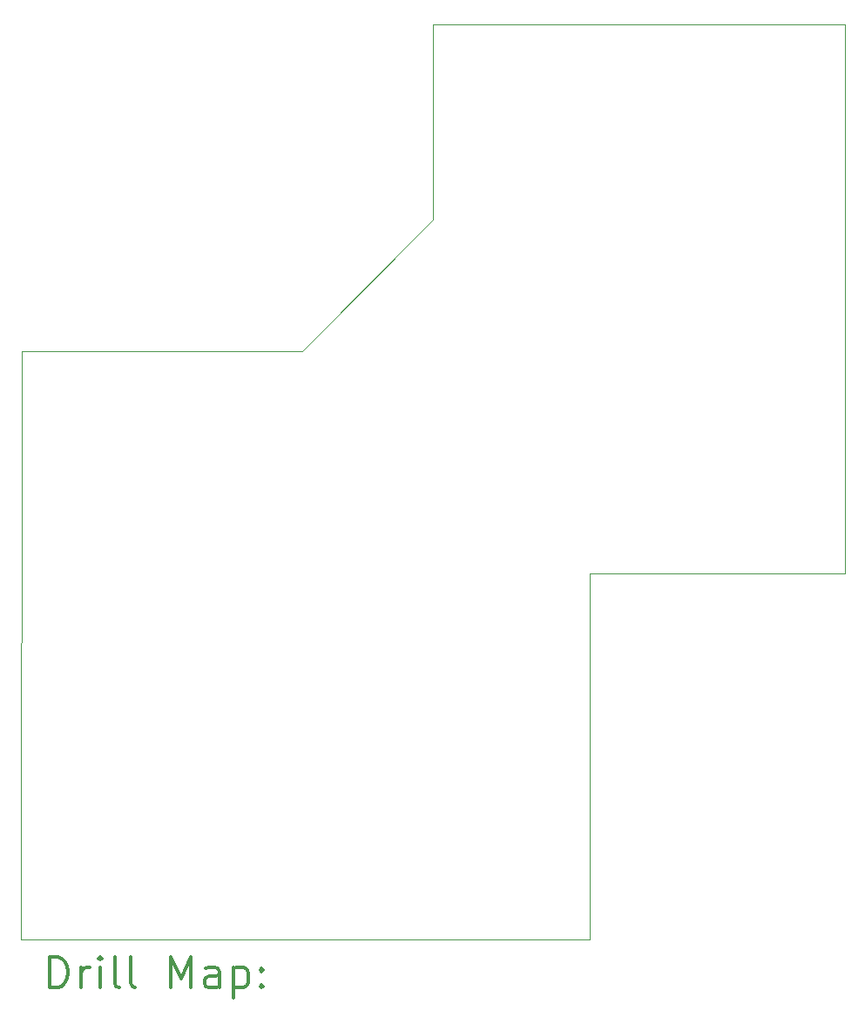
<source format=gbr>
%FSLAX45Y45*%
G04 Gerber Fmt 4.5, Leading zero omitted, Abs format (unit mm)*
G04 Created by KiCad (PCBNEW (5.1.7)-1) date 2021-07-10 09:41:06*
%MOMM*%
%LPD*%
G01*
G04 APERTURE LIST*
%TA.AperFunction,Profile*%
%ADD10C,0.050000*%
%TD*%
%ADD11C,0.200000*%
%ADD12C,0.300000*%
G04 APERTURE END LIST*
D10*
X10160000Y-8890000D02*
X11430000Y-7613650D01*
X15430500Y-5715000D02*
X15430500Y-11049000D01*
X11430000Y-5715000D02*
X15430500Y-5715000D01*
X11430000Y-7613650D02*
X11430000Y-5715000D01*
X7429500Y-8890000D02*
X10160000Y-8890000D01*
X7423150Y-14605000D02*
X7429500Y-8890000D01*
X12954000Y-14605000D02*
X7423150Y-14605000D01*
X12954000Y-11049000D02*
X12954000Y-14605000D01*
X15430500Y-11049000D02*
X12954000Y-11049000D01*
D11*
D12*
X7707078Y-15073214D02*
X7707078Y-14773214D01*
X7778507Y-14773214D01*
X7821364Y-14787500D01*
X7849936Y-14816071D01*
X7864221Y-14844643D01*
X7878507Y-14901786D01*
X7878507Y-14944643D01*
X7864221Y-15001786D01*
X7849936Y-15030357D01*
X7821364Y-15058929D01*
X7778507Y-15073214D01*
X7707078Y-15073214D01*
X8007078Y-15073214D02*
X8007078Y-14873214D01*
X8007078Y-14930357D02*
X8021364Y-14901786D01*
X8035650Y-14887500D01*
X8064221Y-14873214D01*
X8092793Y-14873214D01*
X8192793Y-15073214D02*
X8192793Y-14873214D01*
X8192793Y-14773214D02*
X8178507Y-14787500D01*
X8192793Y-14801786D01*
X8207078Y-14787500D01*
X8192793Y-14773214D01*
X8192793Y-14801786D01*
X8378507Y-15073214D02*
X8349936Y-15058929D01*
X8335650Y-15030357D01*
X8335650Y-14773214D01*
X8535650Y-15073214D02*
X8507078Y-15058929D01*
X8492793Y-15030357D01*
X8492793Y-14773214D01*
X8878507Y-15073214D02*
X8878507Y-14773214D01*
X8978507Y-14987500D01*
X9078507Y-14773214D01*
X9078507Y-15073214D01*
X9349936Y-15073214D02*
X9349936Y-14916071D01*
X9335650Y-14887500D01*
X9307078Y-14873214D01*
X9249936Y-14873214D01*
X9221364Y-14887500D01*
X9349936Y-15058929D02*
X9321364Y-15073214D01*
X9249936Y-15073214D01*
X9221364Y-15058929D01*
X9207078Y-15030357D01*
X9207078Y-15001786D01*
X9221364Y-14973214D01*
X9249936Y-14958929D01*
X9321364Y-14958929D01*
X9349936Y-14944643D01*
X9492793Y-14873214D02*
X9492793Y-15173214D01*
X9492793Y-14887500D02*
X9521364Y-14873214D01*
X9578507Y-14873214D01*
X9607078Y-14887500D01*
X9621364Y-14901786D01*
X9635650Y-14930357D01*
X9635650Y-15016071D01*
X9621364Y-15044643D01*
X9607078Y-15058929D01*
X9578507Y-15073214D01*
X9521364Y-15073214D01*
X9492793Y-15058929D01*
X9764221Y-15044643D02*
X9778507Y-15058929D01*
X9764221Y-15073214D01*
X9749936Y-15058929D01*
X9764221Y-15044643D01*
X9764221Y-15073214D01*
X9764221Y-14887500D02*
X9778507Y-14901786D01*
X9764221Y-14916071D01*
X9749936Y-14901786D01*
X9764221Y-14887500D01*
X9764221Y-14916071D01*
M02*

</source>
